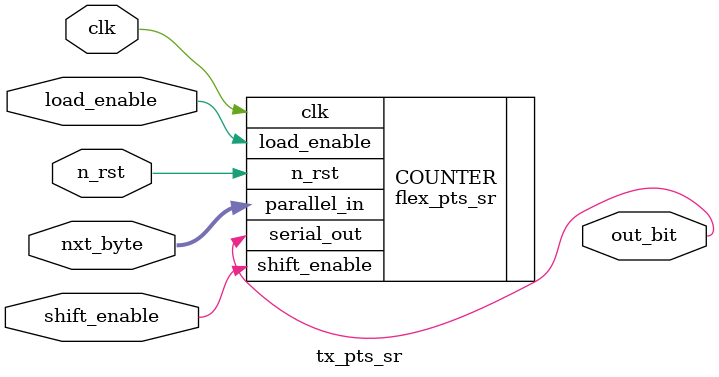
<source format=sv>
module tx_pts_sr (
    input logic clk,
    input logic n_rst, 
    input logic shift_enable,
    input logic load_enable,
    input logic [7:0] nxt_byte,
    output logic out_bit
);

    flex_pts_sr #(.NUM_BITS(8), .SHIFT_MSB(1)) COUNTER (
        .clk(clk),
        .n_rst(n_rst),
        .shift_enable(shift_enable),
        .load_enable(load_enable),
        .parallel_in(nxt_byte),
        .serial_out(out_bit)
    );
    
endmodule
</source>
